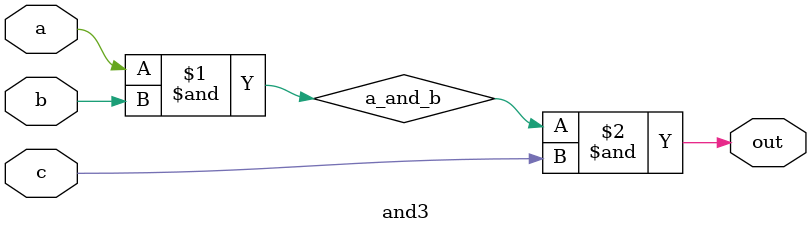
<source format=sv>
/*

3-input AND gate.

Inputs:
    - a: 1-bit first input
    - b: 1-bit second input
    - c: 1-bit third input
Outpus:
    - out: 1-bit result

*/

module and3(out, a, b, c);
    input logic a, b, c;
    output logic out;

    logic a_and_b;
    and(a_and_b, a, b);
    and(out, a_and_b, c);
endmodule
</source>
